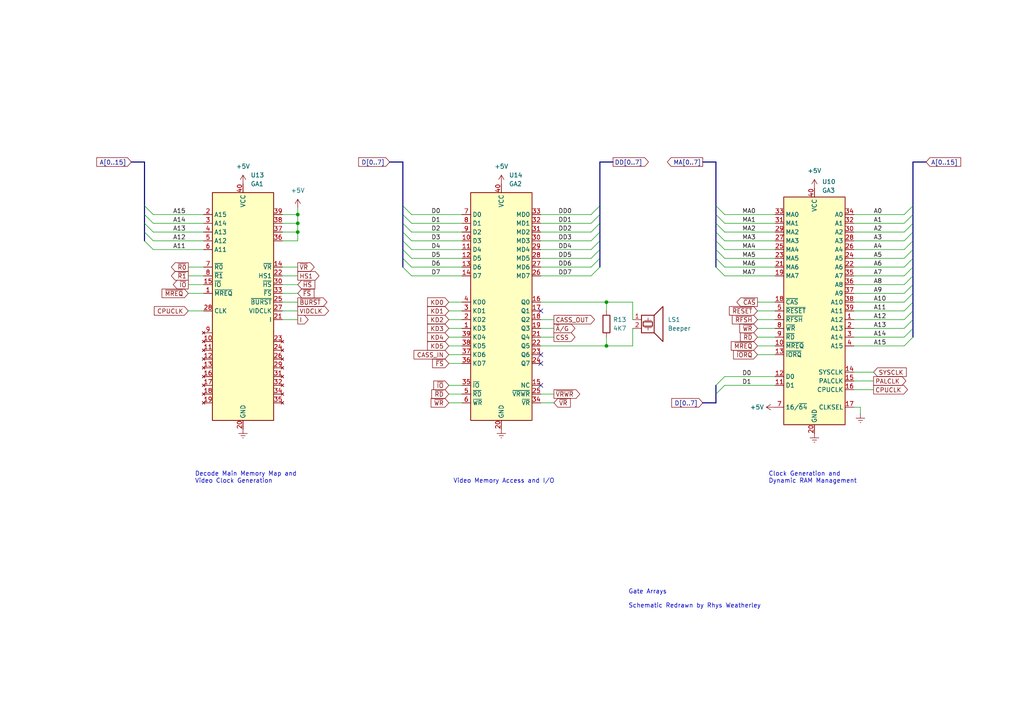
<source format=kicad_sch>
(kicad_sch (version 20230121) (generator eeschema)
  (paper "A4")
  (title_block (title "VZ300 Computer") (date "1985") (rev "1"))
  (lib_symbols
    (symbol "Device:R" (pin_numbers hide) (pin_names (offset 0))
      (property "Reference" "R" (at 2.032 0 90))
      (property "Value" "R" (at 0 0 90))
      (symbol "R_0_1"
        (rectangle (start -1.016 -2.54) (end 1.016 2.54) (stroke (width 0.254)))
      )
      (symbol "R_1_1"
        (pin passive line (at 0 3.81 270) (length 1.27) (name "~") (number "1"))
        (pin passive line (at 0 -3.81 90) (length 1.27) (name "~") (number "2"))
      )
    )
    (symbol "Device:Speaker_Crystal" (pin_names (offset 0) hide)
      (property "Reference" "LS" (at 0.635 5.715 0))
      (property "Value" "Speaker_Crystal" (at 0.635 3.81 0))
      (symbol "Speaker_Crystal_0_0"
        (rectangle (start -2.54 1.27) (end 1.143 -3.81) (stroke (width 0.254)))
        (rectangle (start -2.032 -0.635) (end 0.635 -1.905) (stroke (width 0.254)))
        (polyline (pts (xy -1.651 -2.286) (xy 0.381 -2.286)))
        (polyline (pts (xy -1.651 -0.254) (xy 0.381 -0.254)))
        (polyline (pts (xy -0.635 -2.286) (xy -0.635 -3.048)))
        (polyline (pts (xy -0.635 -0.254) (xy -0.635 0.508)))
        (polyline (pts (xy 1.143 1.27) (xy 3.683 3.81) (xy 3.683 -6.35) (xy 1.143 -3.81)) (stroke (width 0.254)))
      )
      (symbol "Speaker_Crystal_1_1"
        (pin input line (at -5.08 0 0) (length 2.54) (name "1") (number "1"))
        (pin input line (at -5.08 -2.54 0) (length 2.54) (name "2") (number "2"))
      )
    )
    (symbol "VTech:VZ300_Gate_Array_1"
      (property "Reference" "U" (at 3.81 3.81 0))
      (property "Value" "GA1" (at 5.08 1.27 0))
      (symbol "VZ300_Gate_Array_1_1_1"
        (rectangle (start -8.89 0) (end 8.89 -66.04) (stroke (width 0.25)) (fill (type background)))
        (pin input line (at -11.43 -29.21 0) (length 2.54) (name "~{MREQ}") (number "1"))
        (pin no_connect line (at -11.43 -43.18 0) (length 2.54) (name "") (number "10"))
        (pin no_connect line (at -11.43 -45.72 0) (length 2.54) (name "") (number "11"))
        (pin no_connect line (at -11.43 -48.26 0) (length 2.54) (name "") (number "12"))
        (pin no_connect line (at -11.43 -50.8 0) (length 2.54) (name "") (number "13"))
        (pin input line (at 11.43 -21.59 180) (length 2.54) (name "~{VR}") (number "14"))
        (pin output line (at -11.43 -26.67 0) (length 2.54) (name "~{IO}") (number "15"))
        (pin no_connect line (at -11.43 -53.34 0) (length 2.54) (name "") (number "16"))
        (pin no_connect line (at -11.43 -55.88 0) (length 2.54) (name "") (number "17"))
        (pin no_connect line (at -11.43 -58.42 0) (length 2.54) (name "") (number "18"))
        (pin no_connect line (at -11.43 -60.96 0) (length 2.54) (name "") (number "19"))
        (pin input line (at -11.43 -6.35 0) (length 2.54) (name "A15") (number "2"))
        (pin power_in line (at 0 -68.58 90) (length 2.54) (name "GND") (number "20"))
        (pin input line (at 11.43 -36.83 180) (length 2.54) (name "I") (number "21"))
        (pin input line (at 11.43 -24.13 180) (length 2.54) (name "HS1") (number "22"))
        (pin no_connect line (at 11.43 -43.18 180) (length 2.54) (name "") (number "23"))
        (pin no_connect line (at 11.43 -45.72 180) (length 2.54) (name "") (number "24"))
        (pin input line (at 11.43 -31.75 180) (length 2.54) (name "~{BURST}") (number "25"))
        (pin no_connect line (at 11.43 -48.26 180) (length 2.54) (name "") (number "26"))
        (pin output line (at 11.43 -34.29 180) (length 2.54) (name "VIDCLK") (number "27"))
        (pin input line (at -11.43 -34.29 0) (length 2.54) (name "CLK") (number "28"))
        (pin no_connect line (at 11.43 -50.8 180) (length 2.54) (name "") (number "29"))
        (pin input line (at -11.43 -8.89 0) (length 2.54) (name "A14") (number "3"))
        (pin input line (at 11.43 -26.67 180) (length 2.54) (name "~{HS}") (number "30"))
        (pin no_connect line (at 11.43 -53.34 180) (length 2.54) (name "") (number "31"))
        (pin no_connect line (at 11.43 -55.88 180) (length 2.54) (name "") (number "32"))
        (pin input line (at 11.43 -29.21 180) (length 2.54) (name "~{FS}") (number "33"))
        (pin no_connect line (at 11.43 -58.42 180) (length 2.54) (name "") (number "34"))
        (pin no_connect line (at 11.43 -60.96 180) (length 2.54) (name "") (number "35"))
        (pin input line (at 11.43 -13.97 180) (length 2.54) (name "") (number "36"))
        (pin input line (at 11.43 -11.43 180) (length 2.54) (name "") (number "37"))
        (pin input line (at 11.43 -8.89 180) (length 2.54) (name "") (number "38"))
        (pin input line (at 11.43 -6.35 180) (length 2.54) (name "") (number "39"))
        (pin input line (at -11.43 -11.43 0) (length 2.54) (name "A13") (number "4"))
        (pin power_in line (at 0 2.54 270) (length 2.54) (name "VCC") (number "40"))
        (pin input line (at -11.43 -13.97 0) (length 2.54) (name "A12") (number "5"))
        (pin input line (at -11.43 -16.51 0) (length 2.54) (name "A11") (number "6"))
        (pin output line (at -11.43 -21.59 0) (length 2.54) (name "~{R0}") (number "7"))
        (pin output line (at -11.43 -24.13 0) (length 2.54) (name "~{R1}") (number "8"))
        (pin no_connect line (at -11.43 -40.64 0) (length 2.54) (name "") (number "9"))
      )
    )
    (symbol "VTech:VZ300_Gate_Array_2"
      (property "Reference" "U" (at 3.81 3.81 0))
      (property "Value" "GA2" (at 5.08 1.27 0))
      (symbol "VZ300_Gate_Array_2_1_1"
        (rectangle (start -8.89 0) (end 8.89 -66.04) (stroke (width 0.25)) (fill (type background)))
        (pin input line (at -11.43 -39.37 0) (length 2.54) (name "KD3") (number "1"))
        (pin bidirectional line (at -11.43 -13.97 0) (length 2.54) (name "D3") (number "10"))
        (pin bidirectional line (at -11.43 -16.51 0) (length 2.54) (name "D4") (number "11"))
        (pin bidirectional line (at -11.43 -19.05 0) (length 2.54) (name "D5") (number "12"))
        (pin bidirectional line (at -11.43 -21.59 0) (length 2.54) (name "D6") (number "13"))
        (pin bidirectional line (at -11.43 -24.13 0) (length 2.54) (name "D7") (number "14"))
        (pin output line (at 11.43 -55.88 180) (length 2.54) (name "NC") (number "15"))
        (pin output line (at 11.43 -31.75 180) (length 2.54) (name "Q0") (number "16"))
        (pin output line (at 11.43 -34.29 180) (length 2.54) (name "Q1") (number "17"))
        (pin output line (at 11.43 -36.83 180) (length 2.54) (name "Q2") (number "18"))
        (pin output line (at 11.43 -39.37 180) (length 2.54) (name "Q3") (number "19"))
        (pin input line (at -11.43 -36.83 0) (length 2.54) (name "KD2") (number "2"))
        (pin power_in line (at 0 -68.58 90) (length 2.54) (name "GND") (number "20"))
        (pin output line (at 11.43 -41.91 180) (length 2.54) (name "Q4") (number "21"))
        (pin output line (at 11.43 -44.45 180) (length 2.54) (name "Q5") (number "22"))
        (pin output line (at 11.43 -46.99 180) (length 2.54) (name "Q6") (number "23"))
        (pin output line (at 11.43 -49.53 180) (length 2.54) (name "Q7") (number "24"))
        (pin output line (at 11.43 -58.42 180) (length 2.54) (name "~{VRWR}") (number "25"))
        (pin bidirectional line (at 11.43 -24.13 180) (length 2.54) (name "MD7") (number "26"))
        (pin bidirectional line (at 11.43 -21.59 180) (length 2.54) (name "MD6") (number "27"))
        (pin bidirectional line (at 11.43 -19.05 180) (length 2.54) (name "MD5") (number "28"))
        (pin bidirectional line (at 11.43 -16.51 180) (length 2.54) (name "MD4") (number "29"))
        (pin input line (at -11.43 -34.29 0) (length 2.54) (name "KD1") (number "3"))
        (pin bidirectional line (at 11.43 -13.97 180) (length 2.54) (name "MD3") (number "30"))
        (pin bidirectional line (at 11.43 -11.43 180) (length 2.54) (name "MD2") (number "31"))
        (pin bidirectional line (at 11.43 -8.89 180) (length 2.54) (name "MD1") (number "32"))
        (pin bidirectional line (at 11.43 -6.35 180) (length 2.54) (name "MD0") (number "33"))
        (pin output line (at 11.43 -60.96 180) (length 2.54) (name "~{VR}") (number "34"))
        (pin output line (at -11.43 -55.88 0) (length 2.54) (name "~{IO}") (number "35"))
        (pin input line (at -11.43 -49.53 0) (length 2.54) (name "KD7") (number "36"))
        (pin input line (at -11.43 -46.99 0) (length 2.54) (name "KD6") (number "37"))
        (pin input line (at -11.43 -44.45 0) (length 2.54) (name "KD5") (number "38"))
        (pin input line (at -11.43 -41.91 0) (length 2.54) (name "KD4") (number "39"))
        (pin input line (at -11.43 -31.75 0) (length 2.54) (name "KD0") (number "4"))
        (pin power_in line (at 0 2.54 270) (length 2.54) (name "VCC") (number "40"))
        (pin input line (at -11.43 -58.42 0) (length 2.54) (name "~{RD}") (number "5"))
        (pin input line (at -11.43 -60.96 0) (length 2.54) (name "~{WR}") (number "6"))
        (pin bidirectional line (at -11.43 -6.35 0) (length 2.54) (name "D0") (number "7"))
        (pin bidirectional line (at -11.43 -8.89 0) (length 2.54) (name "D1") (number "8"))
        (pin bidirectional line (at -11.43 -11.43 0) (length 2.54) (name "D2") (number "9"))
      )
    )
    (symbol "VTech:VZ300_Gate_Array_3"
      (property "Reference" "U" (at 3.81 3.81 0))
      (property "Value" "GA3" (at 5.08 1.27 0))
      (symbol "VZ300_Gate_Array_3_1_1"
        (rectangle (start -8.89 0) (end 8.89 -66.04) (stroke (width 0.25)) (fill (type background)))
        (pin input line (at 11.43 -35.56 180) (length 2.54) (name "A12") (number "1"))
        (pin input line (at -11.43 -43.18 0) (length 2.54) (name "~{MREQ}") (number "10"))
        (pin bidirectional line (at -11.43 -54.61 0) (length 2.54) (name "D1") (number "11"))
        (pin bidirectional line (at -11.43 -52.07 0) (length 2.54) (name "D0") (number "12"))
        (pin input line (at -11.43 -45.72 0) (length 2.54) (name "~{IORQ}") (number "13"))
        (pin input line (at 11.43 -50.8 180) (length 2.54) (name "SYSCLK") (number "14"))
        (pin output line (at 11.43 -53.34 180) (length 2.54) (name "PALCLK") (number "15"))
        (pin output line (at 11.43 -55.88 180) (length 2.54) (name "CPUCLK") (number "16"))
        (pin input line (at 11.43 -60.96 180) (length 2.54) (name "CLKSEL") (number "17"))
        (pin output line (at -11.43 -30.48 0) (length 2.54) (name "~{CAS}") (number "18"))
        (pin output line (at -11.43 -22.86 0) (length 2.54) (name "MA7") (number "19"))
        (pin input line (at 11.43 -38.1 180) (length 2.54) (name "A13") (number "2"))
        (pin power_in line (at 0 -68.58 90) (length 2.54) (name "GND") (number "20"))
        (pin output line (at -11.43 -20.32 0) (length 2.54) (name "MA6") (number "21"))
        (pin input line (at 11.43 -20.32 180) (length 2.54) (name "A6") (number "22"))
        (pin output line (at -11.43 -17.78 0) (length 2.54) (name "MA5") (number "23"))
        (pin input line (at 11.43 -17.78 180) (length 2.54) (name "A5") (number "24"))
        (pin output line (at -11.43 -15.24 0) (length 2.54) (name "MA4") (number "25"))
        (pin input line (at 11.43 -15.24 180) (length 2.54) (name "A4") (number "26"))
        (pin output line (at -11.43 -12.7 0) (length 2.54) (name "MA3") (number "27"))
        (pin input line (at 11.43 -12.7 180) (length 2.54) (name "A3") (number "28"))
        (pin output line (at -11.43 -10.16 0) (length 2.54) (name "MA2") (number "29"))
        (pin input line (at 11.43 -40.64 180) (length 2.54) (name "A14") (number "3"))
        (pin input line (at 11.43 -10.16 180) (length 2.54) (name "A2") (number "30"))
        (pin output line (at -11.43 -7.62 0) (length 2.54) (name "MA1") (number "31"))
        (pin input line (at 11.43 -7.62 180) (length 2.54) (name "A1") (number "32"))
        (pin output line (at -11.43 -5.08 0) (length 2.54) (name "MA0") (number "33"))
        (pin input line (at 11.43 -5.08 180) (length 2.54) (name "A0") (number "34"))
        (pin input line (at 11.43 -22.86 180) (length 2.54) (name "A7") (number "35"))
        (pin input line (at 11.43 -25.4 180) (length 2.54) (name "A8") (number "36"))
        (pin input line (at 11.43 -27.94 180) (length 2.54) (name "A9") (number "37"))
        (pin input line (at 11.43 -30.48 180) (length 2.54) (name "A10") (number "38"))
        (pin input line (at 11.43 -33.02 180) (length 2.54) (name "A11") (number "39"))
        (pin input line (at 11.43 -43.18 180) (length 2.54) (name "A15") (number "4"))
        (pin power_in line (at 0 2.54 270) (length 2.54) (name "VCC") (number "40"))
        (pin input line (at -11.43 -33.02 0) (length 2.54) (name "~{RESET}") (number "5"))
        (pin input line (at -11.43 -35.56 0) (length 2.54) (name "~{RFSH}") (number "6"))
        (pin input line (at -11.43 -60.96 0) (length 2.54) (name "16/~{64}") (number "7"))
        (pin input line (at -11.43 -38.1 0) (length 2.54) (name "~{WR}") (number "8"))
        (pin input line (at -11.43 -40.64 0) (length 2.54) (name "~{RD}") (number "9"))
      )
    )
    (symbol "power:+5V" (power) (pin_names (offset 0))
      (property "Value" "+5V" (at 0 3.556 0))
      (symbol "+5V_0_1"
        (polyline (pts (xy -0.762 1.27) (xy 0 2.54)))
        (polyline (pts (xy 0 0) (xy 0 2.54)))
        (polyline (pts (xy 0 2.54) (xy 0.762 1.27)))
      )
      (symbol "+5V_1_1"
        (pin power_in line (at 0 0 90) (length 0) hide (name "+5V") (number "1"))
      )
    )
    (symbol "power:Earth" (power) (pin_names (offset 0))
      (symbol "Earth_0_1"
        (polyline (pts (xy -0.635 -1.905) (xy 0.635 -1.905)))
        (polyline (pts (xy -0.127 -2.54) (xy 0.127 -2.54)))
        (polyline (pts (xy 0 -1.27) (xy 0 0)))
        (polyline (pts (xy 1.27 -1.27) (xy -1.27 -1.27)))
      )
      (symbol "Earth_1_1"
        (pin power_in line (at 0 0 270) (length 0) hide (name "Earth") (number "1"))
      )
    )
  )
  (junction (at 86.36 67.31))
  (junction (at 86.36 62.23))
  (junction (at 175.895 87.63))
  (junction (at 175.895 100.33))
  (junction (at 86.36 64.77))
  (no_connect (at 156.845 105.41))
  (no_connect (at 156.845 90.17))
  (no_connect (at 156.845 102.87))
  (no_connect (at 156.845 111.76))
  (bus_entry (at 171.45 72.39) (size 2.54 -2.54))
  (bus_entry (at 207.645 114.3) (size 2.54 -2.54))
  (bus_entry (at 171.45 77.47) (size 2.54 -2.54))
  (bus_entry (at 207.645 111.76) (size 2.54 -2.54))
  (bus_entry (at 262.255 92.71) (size 2.54 -2.54))
  (bus_entry (at 41.91 67.31) (size 2.54 2.54))
  (bus_entry (at 116.84 67.31) (size 2.54 2.54))
  (bus_entry (at 207.645 74.93) (size 2.54 2.54))
  (bus_entry (at 116.84 59.69) (size 2.54 2.54))
  (bus_entry (at 116.84 74.93) (size 2.54 2.54))
  (bus_entry (at 116.84 69.85) (size 2.54 2.54))
  (bus_entry (at 207.645 72.39) (size 2.54 2.54))
  (bus_entry (at 41.91 62.23) (size 2.54 2.54))
  (bus_entry (at 262.255 77.47) (size 2.54 -2.54))
  (bus_entry (at 207.645 67.31) (size 2.54 2.54))
  (bus_entry (at 116.84 62.23) (size 2.54 2.54))
  (bus_entry (at 262.255 80.01) (size 2.54 -2.54))
  (bus_entry (at 262.255 100.33) (size 2.54 -2.54))
  (bus_entry (at 262.255 64.77) (size 2.54 -2.54))
  (bus_entry (at 171.45 69.85) (size 2.54 -2.54))
  (bus_entry (at 262.255 95.25) (size 2.54 -2.54))
  (bus_entry (at 262.255 85.09) (size 2.54 -2.54))
  (bus_entry (at 171.45 64.77) (size 2.54 -2.54))
  (bus_entry (at 207.645 77.47) (size 2.54 2.54))
  (bus_entry (at 262.255 82.55) (size 2.54 -2.54))
  (bus_entry (at 116.84 77.47) (size 2.54 2.54))
  (bus_entry (at 41.91 59.69) (size 2.54 2.54))
  (bus_entry (at 171.45 62.23) (size 2.54 -2.54))
  (bus_entry (at 262.255 67.31) (size 2.54 -2.54))
  (bus_entry (at 116.84 64.77) (size 2.54 2.54))
  (bus_entry (at 262.255 87.63) (size 2.54 -2.54))
  (bus_entry (at 171.45 67.31) (size 2.54 -2.54))
  (bus_entry (at 41.91 64.77) (size 2.54 2.54))
  (bus_entry (at 262.255 97.79) (size 2.54 -2.54))
  (bus_entry (at 207.645 64.77) (size 2.54 2.54))
  (bus_entry (at 262.255 72.39) (size 2.54 -2.54))
  (bus_entry (at 171.45 80.01) (size 2.54 -2.54))
  (bus_entry (at 116.84 72.39) (size 2.54 2.54))
  (bus_entry (at 262.255 90.17) (size 2.54 -2.54))
  (bus_entry (at 207.645 59.69) (size 2.54 2.54))
  (bus_entry (at 262.255 74.93) (size 2.54 -2.54))
  (bus_entry (at 262.255 62.23) (size 2.54 -2.54))
  (bus_entry (at 41.91 69.85) (size 2.54 2.54))
  (bus_entry (at 171.45 74.93) (size 2.54 -2.54))
  (bus_entry (at 262.255 69.85) (size 2.54 -2.54))
  (bus_entry (at 207.645 62.23) (size 2.54 2.54))
  (bus_entry (at 207.645 69.85) (size 2.54 2.54))
  (wire (pts (xy 156.845 116.84) (xy 160.655 116.84)))
  (wire (pts (xy 156.845 77.47) (xy 171.45 77.47)))
  (wire (pts (xy 247.65 97.79) (xy 262.255 97.79)))
  (wire (pts (xy 86.36 62.23) (xy 86.36 60.325)))
  (wire (pts (xy 219.71 87.63) (xy 224.79 87.63)))
  (wire (pts (xy 130.175 105.41) (xy 133.985 105.41)))
  (bus (pts (xy 41.91 62.23) (xy 41.91 64.77)))
  (wire (pts (xy 247.65 90.17) (xy 262.255 90.17)))
  (bus (pts (xy 207.645 74.93) (xy 207.645 77.47)))
  (bus (pts (xy 207.645 67.31) (xy 207.645 69.85)))
  (wire (pts (xy 130.175 87.63) (xy 133.985 87.63)))
  (bus (pts (xy 207.645 59.69) (xy 207.645 62.23)))
  (wire (pts (xy 156.845 69.85) (xy 171.45 69.85)))
  (wire (pts (xy 81.915 77.47) (xy 86.36 77.47)))
  (wire (pts (xy 54.61 82.55) (xy 59.055 82.55)))
  (wire (pts (xy 183.515 87.63) (xy 183.515 92.71)))
  (bus (pts (xy 177.8 46.99) (xy 173.99 46.99)))
  (wire (pts (xy 247.65 87.63) (xy 262.255 87.63)))
  (wire (pts (xy 156.845 87.63) (xy 175.895 87.63)))
  (bus (pts (xy 116.84 64.77) (xy 116.84 67.31)))
  (wire (pts (xy 247.65 113.03) (xy 253.365 113.03)))
  (wire (pts (xy 81.915 69.85) (xy 86.36 69.85)))
  (wire (pts (xy 210.185 80.01) (xy 224.79 80.01)))
  (bus (pts (xy 173.99 59.69) (xy 173.99 62.23)))
  (bus (pts (xy 264.795 69.85) (xy 264.795 72.39)))
  (wire (pts (xy 210.185 64.77) (xy 224.79 64.77)))
  (wire (pts (xy 247.65 110.49) (xy 253.365 110.49)))
  (bus (pts (xy 264.795 87.63) (xy 264.795 90.17)))
  (wire (pts (xy 81.915 64.77) (xy 86.36 64.77)))
  (wire (pts (xy 81.915 92.71) (xy 86.36 92.71)))
  (bus (pts (xy 41.91 59.69) (xy 41.91 62.23)))
  (wire (pts (xy 86.36 67.31) (xy 86.36 64.77)))
  (bus (pts (xy 207.645 116.84) (xy 203.835 116.84)))
  (wire (pts (xy 247.65 80.01) (xy 262.255 80.01)))
  (bus (pts (xy 173.99 62.23) (xy 173.99 64.77)))
  (bus (pts (xy 116.84 62.23) (xy 116.84 64.77)))
  (wire (pts (xy 119.38 64.77) (xy 133.985 64.77)))
  (wire (pts (xy 175.895 87.63) (xy 175.895 90.17)))
  (bus (pts (xy 264.795 90.17) (xy 264.795 92.71)))
  (wire (pts (xy 219.71 97.79) (xy 224.79 97.79)))
  (wire (pts (xy 247.65 85.09) (xy 262.255 85.09)))
  (wire (pts (xy 219.71 102.87) (xy 224.79 102.87)))
  (wire (pts (xy 175.895 87.63) (xy 183.515 87.63)))
  (bus (pts (xy 264.795 46.99) (xy 264.795 59.69)))
  (wire (pts (xy 81.915 62.23) (xy 86.36 62.23)))
  (bus (pts (xy 173.99 74.93) (xy 173.99 77.47)))
  (wire (pts (xy 175.895 100.33) (xy 183.515 100.33)))
  (bus (pts (xy 41.91 46.99) (xy 41.91 59.69)))
  (wire (pts (xy 247.65 118.11) (xy 249.555 118.11)))
  (wire (pts (xy 156.845 80.01) (xy 171.45 80.01)))
  (bus (pts (xy 264.795 82.55) (xy 264.795 85.09)))
  (wire (pts (xy 81.915 87.63) (xy 86.36 87.63)))
  (wire (pts (xy 156.845 97.79) (xy 160.655 97.79)))
  (bus (pts (xy 264.795 80.01) (xy 264.795 82.55)))
  (wire (pts (xy 54.61 85.09) (xy 59.055 85.09)))
  (wire (pts (xy 119.38 67.31) (xy 133.985 67.31)))
  (wire (pts (xy 119.38 80.01) (xy 133.985 80.01)))
  (wire (pts (xy 219.71 95.25) (xy 224.79 95.25)))
  (bus (pts (xy 264.795 77.47) (xy 264.795 80.01)))
  (wire (pts (xy 81.915 85.09) (xy 86.36 85.09)))
  (wire (pts (xy 130.175 90.17) (xy 133.985 90.17)))
  (wire (pts (xy 119.38 62.23) (xy 133.985 62.23)))
  (bus (pts (xy 173.99 46.99) (xy 173.99 59.69)))
  (wire (pts (xy 210.185 109.22) (xy 224.79 109.22)))
  (bus (pts (xy 203.835 46.99) (xy 207.645 46.99)))
  (bus (pts (xy 116.84 74.93) (xy 116.84 77.47)))
  (bus (pts (xy 207.645 114.3) (xy 207.645 116.84)))
  (wire (pts (xy 81.915 82.55) (xy 86.36 82.55)))
  (bus (pts (xy 116.84 46.99) (xy 116.84 59.69)))
  (bus (pts (xy 264.795 95.25) (xy 264.795 97.79)))
  (wire (pts (xy 156.845 64.77) (xy 171.45 64.77)))
  (wire (pts (xy 44.45 64.77) (xy 59.055 64.77)))
  (wire (pts (xy 119.38 77.47) (xy 133.985 77.47)))
  (bus (pts (xy 268.605 46.99) (xy 264.795 46.99)))
  (wire (pts (xy 175.895 97.79) (xy 175.895 100.33)))
  (wire (pts (xy 210.185 67.31) (xy 224.79 67.31)))
  (wire (pts (xy 130.175 111.76) (xy 133.985 111.76)))
  (wire (pts (xy 247.65 107.95) (xy 253.365 107.95)))
  (wire (pts (xy 119.38 74.93) (xy 133.985 74.93)))
  (bus (pts (xy 41.91 64.77) (xy 41.91 67.31)))
  (wire (pts (xy 210.185 74.93) (xy 224.79 74.93)))
  (wire (pts (xy 219.71 90.17) (xy 224.79 90.17)))
  (bus (pts (xy 116.84 72.39) (xy 116.84 74.93)))
  (wire (pts (xy 249.555 118.11) (xy 249.555 120.015)))
  (wire (pts (xy 210.185 72.39) (xy 224.79 72.39)))
  (wire (pts (xy 247.65 74.93) (xy 262.255 74.93)))
  (wire (pts (xy 210.185 62.23) (xy 224.79 62.23)))
  (bus (pts (xy 116.84 67.31) (xy 116.84 69.85)))
  (bus (pts (xy 113.03 46.99) (xy 116.84 46.99)))
  (wire (pts (xy 247.65 77.47) (xy 262.255 77.47)))
  (wire (pts (xy 54.61 80.01) (xy 59.055 80.01)))
  (wire (pts (xy 86.36 64.77) (xy 86.36 62.23)))
  (wire (pts (xy 219.71 92.71) (xy 224.79 92.71)))
  (wire (pts (xy 130.175 116.84) (xy 133.985 116.84)))
  (wire (pts (xy 130.175 92.71) (xy 133.985 92.71)))
  (wire (pts (xy 247.65 82.55) (xy 262.255 82.55)))
  (bus (pts (xy 173.99 72.39) (xy 173.99 74.93)))
  (bus (pts (xy 264.795 59.69) (xy 264.795 62.23)))
  (wire (pts (xy 156.845 95.25) (xy 160.655 95.25)))
  (wire (pts (xy 247.65 92.71) (xy 262.255 92.71)))
  (wire (pts (xy 247.65 100.33) (xy 262.255 100.33)))
  (wire (pts (xy 210.185 111.76) (xy 224.79 111.76)))
  (wire (pts (xy 44.45 67.31) (xy 59.055 67.31)))
  (bus (pts (xy 264.795 72.39) (xy 264.795 74.93)))
  (wire (pts (xy 156.845 62.23) (xy 171.45 62.23)))
  (wire (pts (xy 156.845 72.39) (xy 171.45 72.39)))
  (bus (pts (xy 173.99 67.31) (xy 173.99 69.85)))
  (wire (pts (xy 81.915 90.17) (xy 86.36 90.17)))
  (wire (pts (xy 247.65 95.25) (xy 262.255 95.25)))
  (wire (pts (xy 81.915 67.31) (xy 86.36 67.31)))
  (bus (pts (xy 264.795 85.09) (xy 264.795 87.63)))
  (bus (pts (xy 207.645 111.76) (xy 207.645 114.3)))
  (wire (pts (xy 44.45 62.23) (xy 59.055 62.23)))
  (wire (pts (xy 156.845 67.31) (xy 171.45 67.31)))
  (bus (pts (xy 264.795 92.71) (xy 264.795 95.25)))
  (wire (pts (xy 183.515 100.33) (xy 183.515 95.25)))
  (wire (pts (xy 130.175 97.79) (xy 133.985 97.79)))
  (bus (pts (xy 264.795 64.77) (xy 264.795 67.31)))
  (bus (pts (xy 41.91 67.31) (xy 41.91 69.85)))
  (wire (pts (xy 119.38 69.85) (xy 133.985 69.85)))
  (bus (pts (xy 207.645 64.77) (xy 207.645 67.31)))
  (bus (pts (xy 207.645 72.39) (xy 207.645 74.93)))
  (wire (pts (xy 130.175 114.3) (xy 133.985 114.3)))
  (bus (pts (xy 264.795 74.93) (xy 264.795 77.47)))
  (wire (pts (xy 247.65 72.39) (xy 262.255 72.39)))
  (wire (pts (xy 210.185 77.47) (xy 224.79 77.47)))
  (wire (pts (xy 54.61 77.47) (xy 59.055 77.47)))
  (bus (pts (xy 264.795 67.31) (xy 264.795 69.85)))
  (wire (pts (xy 247.65 69.85) (xy 262.255 69.85)))
  (wire (pts (xy 156.845 114.3) (xy 160.655 114.3)))
  (wire (pts (xy 130.175 102.87) (xy 133.985 102.87)))
  (bus (pts (xy 207.645 62.23) (xy 207.645 64.77)))
  (wire (pts (xy 44.45 69.85) (xy 59.055 69.85)))
  (wire (pts (xy 156.845 100.33) (xy 175.895 100.33)))
  (wire (pts (xy 44.45 72.39) (xy 59.055 72.39)))
  (bus (pts (xy 173.99 69.85) (xy 173.99 72.39)))
  (wire (pts (xy 86.36 69.85) (xy 86.36 67.31)))
  (wire (pts (xy 247.65 64.77) (xy 262.255 64.77)))
  (wire (pts (xy 81.915 80.01) (xy 86.36 80.01)))
  (wire (pts (xy 156.845 92.71) (xy 160.655 92.71)))
  (bus (pts (xy 207.645 46.99) (xy 207.645 59.69)))
  (wire (pts (xy 247.65 67.31) (xy 262.255 67.31)))
  (wire (pts (xy 130.175 95.25) (xy 133.985 95.25)))
  (wire (pts (xy 210.185 69.85) (xy 224.79 69.85)))
  (wire (pts (xy 156.845 74.93) (xy 171.45 74.93)))
  (wire (pts (xy 130.175 100.33) (xy 133.985 100.33)))
  (wire (pts (xy 247.65 62.23) (xy 262.255 62.23)))
  (bus (pts (xy 38.1 46.99) (xy 41.91 46.99)))
  (bus (pts (xy 173.99 64.77) (xy 173.99 67.31)))
  (bus (pts (xy 116.84 59.69) (xy 116.84 62.23)))
  (wire (pts (xy 119.38 72.39) (xy 133.985 72.39)))
  (bus (pts (xy 116.84 69.85) (xy 116.84 72.39)))
  (wire (pts (xy 219.71 100.33) (xy 224.79 100.33)))
  (wire (pts (xy 54.61 90.17) (xy 59.055 90.17)))
  (bus (pts (xy 264.795 62.23) (xy 264.795 64.77)))
  (bus (pts (xy 207.645 69.85) (xy 207.645 72.39)))
  (text "Decode Main Memory Map and\nVideo Clock Generation" (at 56.515 140.335 0) (effects (font (size 1.27 1.27)) (justify left bottom)))
  (text "Clock Generation and\nDynamic RAM Management" (at 222.885 140.335 0) (effects (font (size 1.27 1.27)) (justify left bottom)))
  (text "Video Memory Access and I/O" (at 131.445 140.335 0) (effects (font (size 1.27 1.27)) (justify left bottom)))
  (text "Gate Arrays\n\nSchematic Redrawn by Rhys Weatherley" (at 182.245 176.53 0) (effects (font (size 1.27 1.27)) (justify left bottom)))
  (label "D5" (at 125.095 74.93 0))
  (label "A13" (at 50.165 67.31 0))
  (label "A0" (at 253.365 62.23 0))
  (label "D6" (at 125.095 77.47 0))
  (label "MA5" (at 215.265 74.93 0))
  (label "A14" (at 253.365 97.79 0))
  (label "A12" (at 50.165 69.85 0))
  (label "D7" (at 125.095 80.01 0))
  (label "DD4" (at 161.925 72.39 0))
  (label "A10" (at 253.365 87.63 0))
  (label "A9" (at 253.365 85.09 0))
  (label "D2" (at 125.095 67.31 0))
  (label "A7" (at 253.365 80.01 0))
  (label "DD1" (at 161.925 64.77 0))
  (label "D1" (at 215.265 111.76 0))
  (label "DD7" (at 161.925 80.01 0))
  (label "A15" (at 50.165 62.23 0))
  (label "A3" (at 253.365 69.85 0))
  (label "A12" (at 253.365 92.71 0))
  (label "DD0" (at 161.925 62.23 0))
  (label "A2" (at 253.365 67.31 0))
  (label "A4" (at 253.365 72.39 0))
  (label "A13" (at 253.365 95.25 0))
  (label "A1" (at 253.365 64.77 0))
  (label "A6" (at 253.365 77.47 0))
  (label "D1" (at 125.095 64.77 0))
  (label "D3" (at 125.095 69.85 0))
  (label "DD2" (at 161.925 67.31 0))
  (label "D0" (at 125.095 62.23 0))
  (label "DD5" (at 161.925 74.93 0))
  (label "A14" (at 50.165 64.77 0))
  (label "A11" (at 253.365 90.17 0))
  (label "MA7" (at 215.265 80.01 0))
  (label "MA6" (at 215.265 77.47 0))
  (label "MA3" (at 215.265 69.85 0))
  (label "A5" (at 253.365 74.93 0))
  (label "DD3" (at 161.925 69.85 0))
  (label "D4" (at 125.095 72.39 0))
  (label "MA4" (at 215.265 72.39 0))
  (label "A11" (at 50.165 72.39 0))
  (label "A15" (at 253.365 100.33 0))
  (label "A8" (at 253.365 82.55 0))
  (label "MA2" (at 215.265 67.31 0))
  (label "DD6" (at 161.925 77.47 0))
  (label "MA1" (at 215.265 64.77 0))
  (label "MA0" (at 215.265 62.23 0))
  (label "D0" (at 215.265 109.22 0))
  (global_label "KD2" (shape input) (at 130.175 92.71 180) (property "Intersheetrefs" "${INTERSHEET_REFS}" (effects hide)))
  (global_label "~{VR}" (shape output) (at 86.36 77.47 0) (property "Intersheetrefs" "${INTERSHEET_REFS}" (effects hide)))
  (global_label "~{BURST}" (shape output) (at 86.36 87.63 0) (property "Intersheetrefs" "${INTERSHEET_REFS}" (effects hide)))
  (global_label "~{R1}" (shape output) (at 54.61 80.01 180) (property "Intersheetrefs" "${INTERSHEET_REFS}" (effects hide)))
  (global_label "~{MREQ}" (shape input) (at 54.61 85.09 180) (property "Intersheetrefs" "${INTERSHEET_REFS}" (effects hide)))
  (global_label "~{IO}" (shape input) (at 130.175 111.76 180) (property "Intersheetrefs" "${INTERSHEET_REFS}" (effects hide)))
  (global_label "~{MREQ}" (shape input) (at 219.71 100.33 180) (property "Intersheetrefs" "${INTERSHEET_REFS}" (effects hide)))
  (global_label "KD3" (shape input) (at 130.175 95.25 180) (property "Intersheetrefs" "${INTERSHEET_REFS}" (effects hide)))
  (global_label "D[0..7]" (shape input) (at 203.835 116.84 180) (property "Intersheetrefs" "${INTERSHEET_REFS}" (effects hide)))
  (global_label "~{A}{slash}G" (shape output) (at 160.655 95.25 0) (property "Intersheetrefs" "${INTERSHEET_REFS}" (effects hide)))
  (global_label "~{WR}" (shape input) (at 130.175 116.84 180) (property "Intersheetrefs" "${INTERSHEET_REFS}" (effects hide)))
  (global_label "I" (shape output) (at 86.36 92.71 0) (property "Intersheetrefs" "${INTERSHEET_REFS}" (effects hide)))
  (global_label "~{FS}" (shape input) (at 86.36 85.09 0) (property "Intersheetrefs" "${INTERSHEET_REFS}" (effects hide)))
  (global_label "~{RD}" (shape input) (at 130.175 114.3 180) (property "Intersheetrefs" "${INTERSHEET_REFS}" (effects hide)))
  (global_label "D[0..7]" (shape input) (at 113.03 46.99 180) (property "Intersheetrefs" "${INTERSHEET_REFS}" (effects hide)))
  (global_label "CPUCLK" (shape output) (at 253.365 113.03 0) (property "Intersheetrefs" "${INTERSHEET_REFS}" (effects hide)))
  (global_label "~{RESET}" (shape input) (at 219.71 90.17 180) (property "Intersheetrefs" "${INTERSHEET_REFS}" (effects hide)))
  (global_label "SYSCLK" (shape input) (at 253.365 107.95 0) (property "Intersheetrefs" "${INTERSHEET_REFS}" (effects hide)))
  (global_label "~{R0}" (shape output) (at 54.61 77.47 180) (property "Intersheetrefs" "${INTERSHEET_REFS}" (effects hide)))
  (global_label "DD[0..7]" (shape output) (at 177.8 46.99 0) (property "Intersheetrefs" "${INTERSHEET_REFS}" (effects hide)))
  (global_label "CPUCLK" (shape input) (at 54.61 90.17 180) (property "Intersheetrefs" "${INTERSHEET_REFS}" (effects hide)))
  (global_label "~{HS}" (shape input) (at 86.36 82.55 0) (property "Intersheetrefs" "${INTERSHEET_REFS}" (effects hide)))
  (global_label "CASS_OUT" (shape output) (at 160.655 92.71 0) (property "Intersheetrefs" "${INTERSHEET_REFS}" (effects hide)))
  (global_label "~{IO}" (shape output) (at 54.61 82.55 180) (property "Intersheetrefs" "${INTERSHEET_REFS}" (effects hide)))
  (global_label "CSS" (shape output) (at 160.655 97.79 0) (property "Intersheetrefs" "${INTERSHEET_REFS}" (effects hide)))
  (global_label "~{VRWR}" (shape output) (at 160.655 114.3 0) (property "Intersheetrefs" "${INTERSHEET_REFS}" (effects hide)))
  (global_label "~{RFSH}" (shape input) (at 219.71 92.71 180) (property "Intersheetrefs" "${INTERSHEET_REFS}" (effects hide)))
  (global_label "KD0" (shape input) (at 130.175 87.63 180) (property "Intersheetrefs" "${INTERSHEET_REFS}" (effects hide)))
  (global_label "KD4" (shape input) (at 130.175 97.79 180) (property "Intersheetrefs" "${INTERSHEET_REFS}" (effects hide)))
  (global_label "CASS_IN" (shape input) (at 130.175 102.87 180) (property "Intersheetrefs" "${INTERSHEET_REFS}" (effects hide)))
  (global_label "KD5" (shape input) (at 130.175 100.33 180) (property "Intersheetrefs" "${INTERSHEET_REFS}" (effects hide)))
  (global_label "~{RD}" (shape input) (at 219.71 97.79 180) (property "Intersheetrefs" "${INTERSHEET_REFS}" (effects hide)))
  (global_label "~{VR}" (shape input) (at 160.655 116.84 0) (property "Intersheetrefs" "${INTERSHEET_REFS}" (effects hide)))
  (global_label "PALCLK" (shape output) (at 253.365 110.49 0) (property "Intersheetrefs" "${INTERSHEET_REFS}" (effects hide)))
  (global_label "~{CAS}" (shape output) (at 219.71 87.63 180) (property "Intersheetrefs" "${INTERSHEET_REFS}" (effects hide)))
  (global_label "HS1" (shape output) (at 86.36 80.01 0) (property "Intersheetrefs" "${INTERSHEET_REFS}" (effects hide)))
  (global_label "KD1" (shape input) (at 130.175 90.17 180) (property "Intersheetrefs" "${INTERSHEET_REFS}" (effects hide)))
  (global_label "~{FS}" (shape input) (at 130.175 105.41 180) (property "Intersheetrefs" "${INTERSHEET_REFS}" (effects hide)))
  (global_label "A[0..15]" (shape input) (at 268.605 46.99 0) (property "Intersheetrefs" "${INTERSHEET_REFS}" (effects hide)))
  (global_label "MA[0..7]" (shape output) (at 203.835 46.99 180) (property "Intersheetrefs" "${INTERSHEET_REFS}" (effects hide)))
  (global_label "VIDCLK" (shape output) (at 86.36 90.17 0) (property "Intersheetrefs" "${INTERSHEET_REFS}" (effects hide)))
  (global_label "A[0..15]" (shape input) (at 38.1 46.99 180) (property "Intersheetrefs" "${INTERSHEET_REFS}" (effects hide)))
  (global_label "~{WR}" (shape input) (at 219.71 95.25 180) (property "Intersheetrefs" "${INTERSHEET_REFS}" (effects hide)))
  (global_label "~{IORQ}" (shape input) (at 219.71 102.87 180) (property "Intersheetrefs" "${INTERSHEET_REFS}" (effects hide)))
  (symbol (lib_id "VTech:VZ300_Gate_Array_3") (at 236.22 57.15 0) (unit 1)
    (property "Reference" "U10" (at 238.4141 52.705 0) (effects (justify left)))
    (property "Value" "GA3" (at 238.4141 55.245 0) (effects (justify left)))
    (property "Footprint" "Package_DIP:DIP-40_W25.4mm" (effects hide))
  )
  (symbol (lib_id "Device:R") (at 175.895 93.98 0) (unit 1)
    (property "Reference" "R13" (at 177.8 92.71 0) (effects (justify left)))
    (property "Value" "4K7" (at 177.8 95.25 0) (effects (justify left)))
    (property "Footprint" "Resistor_THT:R_Axial_DIN0207_L6.3mm_D2.5mm_P7.62mm_Horizontal" (effects hide))
  )
  (symbol (lib_id "power:Earth") (at 249.555 120.015 0) (unit 1)
    (property "Reference" "#PWR0156" (effects hide))
    (property "Value" "Earth" (effects hide))
  )
  (symbol (lib_id "power:Earth") (at 70.485 124.46 0) (unit 1)
    (property "Reference" "#PWR0154" (effects hide))
    (property "Value" "Earth" (effects hide))
  )
  (symbol (lib_id "power:+5V") (at 236.22 54.61 0) (unit 1)
    (property "Reference" "#PWR026" (effects hide))
    (property "Value" "+5V" (at 236.22 49.53 0))
  )
  (symbol (lib_id "VTech:VZ300_Gate_Array_2") (at 145.415 55.88 0) (unit 1)
    (property "Reference" "U14" (at 147.6091 50.8 0) (effects (justify left)))
    (property "Value" "GA2" (at 147.6091 53.34 0) (effects (justify left)))
    (property "Footprint" "Package_DIP:DIP-40_W25.4mm" (effects hide))
  )
  (symbol (lib_id "power:Earth") (at 236.22 125.73 0) (unit 1)
    (property "Reference" "#PWR0146" (effects hide))
    (property "Value" "Earth" (effects hide))
  )
  (symbol (lib_id "power:+5V") (at 70.485 53.34 0) (unit 1)
    (property "Reference" "#PWR024" (effects hide))
    (property "Value" "+5V" (at 70.485 48.26 0))
  )
  (symbol (lib_id "Device:Speaker_Crystal") (at 188.595 92.71 0) (unit 1)
    (property "Reference" "LS1" (at 193.675 92.71 0) (effects (justify left)))
    (property "Value" "Beeper" (at 193.675 95.25 0) (effects (justify left)))
  )
  (symbol (lib_id "power:+5V") (at 145.415 53.34 0) (unit 1)
    (property "Reference" "#PWR025" (effects hide))
    (property "Value" "+5V" (at 145.415 48.26 0))
  )
  (symbol (lib_id "power:+5V") (at 224.79 118.11 90) (unit 1)
    (property "Reference" "#PWR0155" (effects hide))
    (property "Value" "+5V" (at 221.615 118.11 90) (effects (justify left)))
  )
  (symbol (lib_id "VTech:VZ300_Gate_Array_1") (at 70.485 55.88 0) (unit 1)
    (property "Reference" "U13" (at 72.6791 50.8 0) (effects (justify left)))
    (property "Value" "GA1" (at 72.6791 53.34 0) (effects (justify left)))
    (property "Footprint" "Package_DIP:DIP-40_W25.4mm" (effects hide))
  )
  (symbol (lib_id "power:Earth") (at 145.415 124.46 0) (unit 1)
    (property "Reference" "#PWR0147" (effects hide))
    (property "Value" "Earth" (effects hide))
  )
  (symbol (lib_id "power:+5V") (at 86.36 60.325 0) (unit 1)
    (property "Reference" "#PWR0157" (effects hide))
    (property "Value" "+5V" (at 86.36 55.245 0))
  )
)
</source>
